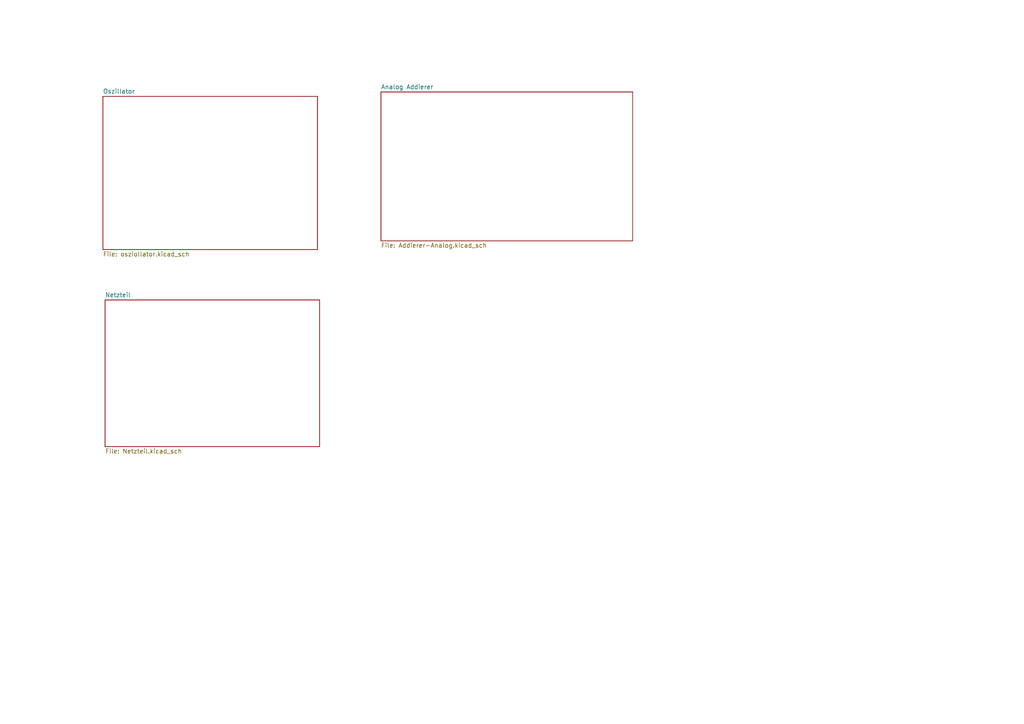
<source format=kicad_sch>
(kicad_sch
	(version 20231120)
	(generator "eeschema")
	(generator_version "8.0")
	(uuid "a2afb3b1-1b3e-46fd-a0bf-9e80fa6f6a60")
	(paper "A4")
	(title_block
		(title "OP-D-Amp Modulatorstufe")
		(date "2023-10-09")
		(comment 1 "https://www.elektronik-kompendium.de/public/schaerer/dreieckg.htm")
	)
	(lib_symbols)
	(sheet
		(at 30.48 86.995)
		(size 62.23 42.545)
		(fields_autoplaced yes)
		(stroke
			(width 0.1524)
			(type solid)
		)
		(fill
			(color 0 0 0 0.0000)
		)
		(uuid "1b78ab66-958a-4438-94bd-f6eeb3170748")
		(property "Sheetname" "Netzteil"
			(at 30.48 86.2834 0)
			(effects
				(font
					(size 1.27 1.27)
				)
				(justify left bottom)
			)
		)
		(property "Sheetfile" "Netzteil.kicad_sch"
			(at 30.48 130.1246 0)
			(effects
				(font
					(size 1.27 1.27)
				)
				(justify left top)
			)
		)
		(instances
			(project "OP-D-Amp"
				(path "/a2afb3b1-1b3e-46fd-a0bf-9e80fa6f6a60"
					(page "4")
				)
			)
		)
	)
	(sheet
		(at 29.845 27.94)
		(size 62.23 44.45)
		(fields_autoplaced yes)
		(stroke
			(width 0.1524)
			(type solid)
		)
		(fill
			(color 0 0 0 0.0000)
		)
		(uuid "e48f986c-9b3e-49a4-ad94-2e09f65c8312")
		(property "Sheetname" "Oszillator"
			(at 29.845 27.2284 0)
			(effects
				(font
					(size 1.27 1.27)
				)
				(justify left bottom)
			)
		)
		(property "Sheetfile" "osziollator.kicad_sch"
			(at 29.845 72.9746 0)
			(effects
				(font
					(size 1.27 1.27)
				)
				(justify left top)
			)
		)
		(instances
			(project "OP-D-Amp"
				(path "/a2afb3b1-1b3e-46fd-a0bf-9e80fa6f6a60"
					(page "3")
				)
			)
		)
	)
	(sheet
		(at 110.49 26.67)
		(size 73.025 43.18)
		(fields_autoplaced yes)
		(stroke
			(width 0.1524)
			(type solid)
		)
		(fill
			(color 0 0 0 0.0000)
		)
		(uuid "e73c7bc6-f9a8-4517-8e4a-e472ea21b2cb")
		(property "Sheetname" "Analog Addierer"
			(at 110.49 25.9584 0)
			(effects
				(font
					(size 1.27 1.27)
				)
				(justify left bottom)
			)
		)
		(property "Sheetfile" "Addierer-Analog.kicad_sch"
			(at 110.49 70.4346 0)
			(effects
				(font
					(size 1.27 1.27)
				)
				(justify left top)
			)
		)
		(instances
			(project "OP-D-Amp"
				(path "/a2afb3b1-1b3e-46fd-a0bf-9e80fa6f6a60"
					(page "3")
				)
			)
		)
	)
	(sheet_instances
		(path "/"
			(page "1")
		)
	)
)

</source>
